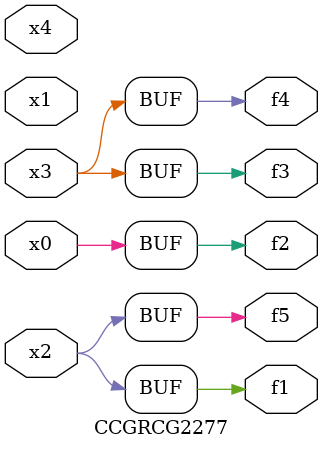
<source format=v>
module CCGRCG2277(
	input x0, x1, x2, x3, x4,
	output f1, f2, f3, f4, f5
);
	assign f1 = x2;
	assign f2 = x0;
	assign f3 = x3;
	assign f4 = x3;
	assign f5 = x2;
endmodule

</source>
